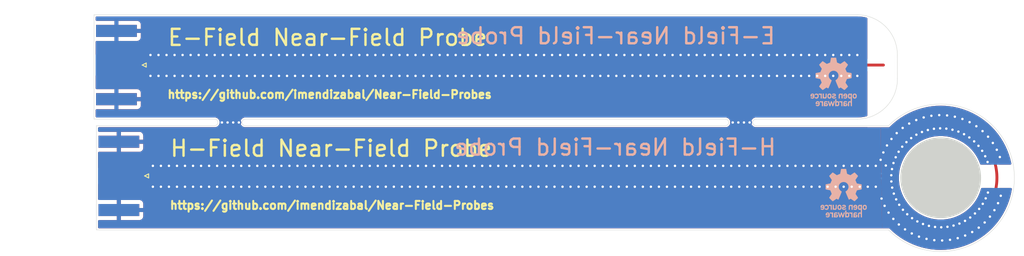
<source format=kicad_pcb>
(kicad_pcb (version 20241229) (generator "pcbnew") (generator_version "9.0")
  (title_block (title "Near Field Probes Kit") (date "2025-03-22") (rev "1.0") (company "Ignacio de Mendizabal") (comment 1 "https://www.ignaciodemendizabal.com") (comment 2 "https://github.com/imendizabal/Near-Field-Probes"))
  (layers (0 "F.Cu" signal) (4 "In1.Cu" signal) (6 "In2.Cu" signal) (2 "B.Cu" signal) (13 "F.Paste" user) (15 "B.Paste" user) (5 "F.SilkS" user "F.Silkscreen") (7 "B.SilkS" user "B.Silkscreen") (1 "F.Mask" user) (3 "B.Mask" user) (25 "Edge.Cuts" user))
  (net 0 "")
  (net 1 "/E_SIGNAL")
  (net 2 "GND")
  (footprint "Connector_Coaxial:SMA_Amphenol_132289_EdgeMount" (layer "F.Cu") (at 52.7625 116.65 180)
    (property "Reference" "J2" (hide yes))
    (property "Value" "Conn_Coaxial_Small")
    (pad "1" smd rect (at 0 0 270) (size 1.5 5.08) (layers "F.Cu" "F.Mask" "F.Paste") (net 1 "/E_SIGNAL"))
    (pad "2" smd rect (at 0 -4.25 270) (size 1.5 5.08) (layers "F.Cu" "F.Mask" "F.Paste") (net 2 "GND"))
    (pad "2" smd rect (at 0 -4.25 270) (size 1.5 5.08) (layers "B.Cu" "B.Mask" "B.Paste") (net 2 "GND"))
    (pad "2" smd rect (at 0 4.25 270) (size 1.5 5.08) (layers "F.Cu" "F.Mask" "F.Paste") (net 2 "GND"))
    (pad "2" smd rect (at 0 4.25 270) (size 1.5 5.08) (layers "B.Cu" "B.Mask" "B.Paste") (net 2 "GND"))
  )
  (footprint "Connector_Coaxial:SMA_Amphenol_132289_EdgeMount" (layer "F.Cu") (at 52.4625 102.85 180)
    (property "Reference" "J1" (hide yes))
    (property "Value" "Conn_Coaxial_Small")
    (pad "1" smd rect (at 0 0 270) (size 1.5 5.08) (layers "F.Cu" "F.Mask" "F.Paste") (net 1 "/E_SIGNAL"))
    (pad "2" smd rect (at 0 -4.25 270) (size 1.5 5.08) (layers "F.Cu" "F.Mask" "F.Paste") (net 2 "GND"))
    (pad "2" smd rect (at 0 -4.25 270) (size 1.5 5.08) (layers "B.Cu" "B.Mask" "B.Paste") (net 2 "GND"))
    (pad "2" smd rect (at 0 4.25 270) (size 1.5 5.08) (layers "F.Cu" "F.Mask" "F.Paste") (net 2 "GND"))
    (pad "2" smd rect (at 0 4.25 270) (size 1.5 5.08) (layers "B.Cu" "B.Mask" "B.Paste") (net 2 "GND"))
  )
  (footprint "Symbol:OSHW-Logo_5.7x6mm_SilkScreen" (layer "B.Cu") (at 143 118.8 180)
    (property "Reference" "REF**" (hide yes))
    (property "Value" "OSHW-Logo_5.7x6mm_SilkScreen" (hide yes))
  )
  (footprint "Symbol:OSHW-Logo_5.7x6mm_SilkScreen" (layer "B.Cu") (at 141.75 104.95 180)
    (property "Reference" "REF**" (hide yes))
    (property "Value" "OSHW-Logo_5.7x6mm_SilkScreen" (hide yes))
  )
  (gr_arc (start 148.247422 115.360598) (mid 162.02263 117.773127) (end 148.08293 116.65) (stroke (width 0.355542)) (layer "F.Cu") (net 1))
  (gr_arc (start 64.7 109.575) (mid 65.100047 109.993656) (end 64.6875 110.4) (stroke (width 0.05)) (layer "Edge.Cuts"))
  (gr_line (start 49.9746 123.3746) (end 148.591607 123.3746) (stroke (width 0.05)) (layer "Edge.Cuts"))
  (gr_line (start 49.6746 109.5746) (end 49.6746 96.6) (stroke (width 0.05)) (layer "Edge.Cuts"))
  (gr_line (start 149.691971 104.566584) (end 149.687235 101.612732) (stroke (width 0.05)) (layer "Edge.Cuts"))
  (gr_line (start 49.6746 96.6) (end 49.7 96.6) (stroke (width 0.05)) (layer "Edge.Cuts"))
  (gr_line (start 49.9746 110.4) (end 64.6875 110.4) (stroke (width 0.05)) (layer "Edge.Cuts"))
  (gr_arc (start 68.5125 110.4) (mid 68.1 109.9875) (end 68.5125 109.575) (stroke (width 0.05)) (layer "Edge.Cuts"))
  (gr_line (start 49.6746 109.5746) (end 64.7 109.575) (stroke (width 0.05)) (layer "Edge.Cuts"))
  (gr_line (start 144.7 109.575086) (end 132.1 109.575) (stroke (width 0.05)) (layer "Edge.Cuts"))
  (gr_arc (start 149.691971 104.566584) (mid 148.230343 108.107291) (end 144.691977 109.5746) (stroke (width 0.05)) (layer "Edge.Cuts"))
  (gr_arc (start 132.1 110.4) (mid 131.6875 109.9875) (end 132.1 109.575) (stroke (width 0.05)) (layer "Edge.Cuts"))
  (gr_line (start 68.5125 109.575) (end 128.287486 109.575) (stroke (width 0.05)) (layer "Edge.Cuts"))
  (gr_line (start 148.591606 110.400001) (end 132.1 110.4) (stroke (width 0.05)) (layer "Edge.Cuts"))
  (gr_arc (start 128.2875 109.575) (mid 128.687547 109.993656) (end 128.275 110.4) (stroke (width 0.05)) (layer "Edge.Cuts"))
  (gr_circle (center 155.078906 116.8873) (end 160.078906 116.8873) (stroke (width 0.05)) (fill yes) (layer "Edge.Cuts"))
  (gr_arc (start 144.687251 96.6) (mid 148.227315 98.068953) (end 149.687235 101.612732) (stroke (width 0.05)) (layer "Edge.Cuts"))
  (gr_line (start 68.5125 110.4) (end 128.275 110.4) (stroke (width 0.05)) (layer "Edge.Cuts"))
  (gr_arc (start 148.591606 110.4) (mid 164.253334 116.8873) (end 148.591606 123.3746) (stroke (width 0.05)) (layer "Edge.Cuts"))
  (gr_line (start 49.9746 123.3746) (end 49.9746 110.4) (stroke (width 0.05)) (layer "Edge.Cuts"))
  (gr_line (start 49.7 96.6) (end 144.687251 96.6) (stroke (width 0.05)) (layer "Edge.Cuts"))
  (gr_text "H-Field Near-Field Probe" (at 59 114.4 0) (layer "F.SilkS") (effects (font (size 2 2) (thickness 0.3)) (justify left bottom)))
  (gr_text "https://github.com/imendizabal/Near-Field-Probes" (at 58.7 107.1 0) (layer "F.SilkS") (effects (font (size 1 1) (thickness 0.25)) (justify left bottom)))
  (gr_text "https://github.com/imendizabal/Near-Field-Probes" (at 59 120.9 0) (layer "F.SilkS") (effects (font (size 1 1) (thickness 0.25)) (justify left bottom)))
  (gr_text "E-Field Near-Field Probe" (at 58.7 100.6 0) (layer "F.SilkS") (effects (font (size 2 2) (thickness 0.3)) (justify left bottom)))
  (gr_text "H-Field Near-Field Probe" (at 134.75 114.26019 0) (layer "B.SilkS") (effects (font (size 2 2) (thickness 0.3)) (justify left bottom mirror)))
  (gr_text "E-Field Near-Field Probe" (at 134.65 100.4 -0) (layer "B.SilkS") (effects (font (size 2 2) (thickness 0.3)) (justify left bottom mirror)))
  (segment (start 52.4625 102.85) (end 147.95 102.85) (width 0.355542) (layer "F.Cu") (net 1))
  (segment (start 52.7625 116.65) (end 148 116.65) (width 0.355542) (layer "F.Cu") (net 1))
  (via (at 108 118) (size 0.6) (drill 0.3) (layers "F.Cu" "B.Cu") (net 2))
  (via (at 149.870173 122.70182) (size 0.6) (drill 0.3) (layers "F.Cu" "B.Cu") (net 2))
  (via (at 159.244453 112.350197) (size 0.6) (drill 0.3) (layers "F.Cu" "B.Cu") (net 2))
  (via (at 61.7 104.2) (size 0.6) (drill 0.3) (layers "F.Cu" "B.Cu") (net 2))
  (via (at 78.7 104.2) (size 0.6) (drill 0.3) (layers "F.Cu" "B.Cu") (net 2))
  (via (at 153.918912 109.167588) (size 0.6) (drill 0.3) (layers "F.Cu" "B.Cu") (net 2))
  (via (at 83.7 101.6) (size 0.6) (drill 0.3) (layers "F.Cu" "B.Cu") (net 2))
  (via (at 160.241916 113.528669) (size 0.6) (drill 0.3) (layers "F.Cu" "B.Cu") (net 2))
  (via (at 104 115.4) (size 0.6) (drill 0.3) (layers "F.Cu" "B.Cu") (net 2))
  (via (at 78 115.4) (size 0.6) (drill 0.3) (layers "F.Cu" "B.Cu") (net 2))
  (via (at 82.7 101.6) (size 0.6) (drill 0.3) (layers "F.Cu" "B.Cu") (net 2))
  (via (at 152.376416 124.210967) (size 0.6) (drill 0.3) (layers "F.Cu" "B.Cu") (net 2))
  (via (at 114 115.4) (size 0.6) (drill 0.3) (layers "F.Cu" "B.Cu") (net 2))
  (via (at 150.812307 112.44508) (size 0.6) (drill 0.3) (layers "F.Cu" "B.Cu") (net 2))
  (via (at 132 118) (size 0.6) (drill 0.3) (layers "F.Cu" "B.Cu") (net 2))
  (via (at 155.009596 110.728377) (size 0.6) (drill 0.3) (layers "F.Cu" "B.Cu") (net 2))
  (via (at 125 118) (size 0.6) (drill 0.3) (layers "F.Cu" "B.Cu") (net 2))
  (via (at 69 118) (size 0.6) (drill 0.3) (layers "F.Cu" "B.Cu") (net 2))
  (via (at 99 118) (size 0.6) (drill 0.3) (layers "F.Cu" "B.Cu") (net 2))
  (via (at 160.681168 119.446934) (size 0.6) (drill 0.3) (layers "F.Cu" "B.Cu") (net 2))
  (via (at 98 115.4) (size 0.6) (drill 0.3) (layers "F.Cu" "B.Cu") (net 2))
  (via (at 150.913347 121.424403) (size 0.6) (drill 0.3) (layers "F.Cu" "B.Cu") (net 2))
  (via (at 102.7 104.2) (size 0.6) (drill 0.3) (layers "F.Cu" "B.Cu") (net 2))
  (via (at 57 115.4) (size 0.6) (drill 0.3) (layers "F.Cu" "B.Cu") (net 2))
  (via (at 104 118) (size 0.6) (drill 0.3) (layers "F.Cu" "B.Cu") (net 2))
  (via (at 60 115.4) (size 0.6) (drill 0.3) (layers "F.Cu" "B.Cu") (net 2))
  (via (at 62.7 101.6) (size 0.6) (drill 0.3) (layers "F.Cu" "B.Cu") (net 2))
  (via (at 74.7 104.2) (size 0.6) (drill 0.3) (layers "F.Cu" "B.Cu") (net 2))
  (via (at 88 118) (size 0.6) (drill 0.3) (layers "F.Cu" "B.Cu") (net 2))
  (via (at 95 115.4) (size 0.6) (drill 0.3) (layers "F.Cu" "B.Cu") (net 2))
  (via (at 100 115.4) (size 0.6) (drill 0.3) (layers "F.Cu" "B.Cu") (net 2))
  (via (at 140 115.4) (size 0.6) (drill 0.3) (layers "F.Cu" "B.Cu") (net 2))
  (via (at 105 115.4) (size 0.6) (drill 0.3) (layers "F.Cu" "B.Cu") (net 2))
  (via (at 160.622152 114.20225) (size 0.6) (drill 0.3) (layers "F.Cu" "B.Cu") (net 2))
  (via (at 135 115.4) (size 0.6) (drill 0.3) (layers "F.Cu" "B.Cu") (net 2))
  (via (at 148.936482 117.343189) (size 0.6) (drill 0.3) (layers "F.Cu" "B.Cu") (net 2))
  (via (at 159.814416 123.093304) (size 0.6) (drill 0.3) (layers "F.Cu" "B.Cu") (net 2))
  (via (at 85 115.4) (size 0.6) (drill 0.3) (layers "F.Cu" "B.Cu") (net 2))
  (via (at 77.7 101.6) (size 0.6) (drill 0.3) (layers "F.Cu" "B.Cu") (net 2))
  (via (at 137 115.4) (size 0.6) (drill 0.3) (layers "F.Cu" "B.Cu") (net 2))
  (via (at 122.7 101.6) (size 0.6) (drill 0.3) (layers "F.Cu" "B.Cu") (net 2))
  (via (at 105.7 104.2) (size 0.6) (drill 0.3) (layers "F.Cu" "B.Cu") (net 2))
  (via (at 148.391357 112.860361) (size 0.6) (drill 0.3) (layers "F.Cu" "B.Cu") (net 2))
  (via (at 63 115.4) (size 0.6) (drill 0.3) (layers "F.Cu" "B.Cu") (net 2))
  (via (at 103 118) (size 0.6) (drill 0.3) (layers "F.Cu" "B.Cu") (net 2))
  (via (at 144 118) (size 0.6) (drill 0.3) (layers "F.Cu" "B.Cu") (net 2))
  (via (at 94.7 101.6) (size 0.6) (drill 0.3) (layers "F.Cu" "B.Cu") (net 2))
  (via (at 140 118) (size 0.6) (drill 0.3) (layers "F.Cu" "B.Cu") (net 2))
  (via (at 117.7 101.6) (size 0.6) (drill 0.3) (layers "F.Cu" "B.Cu") (net 2))
  (via (at 104.7 104.2) (size 0.6) (drill 0.3) (layers "F.Cu" "B.Cu") (net 2))
  (via (at 125.7 104.2) (size 0.6) (drill 0.3) (layers "F.Cu" "B.Cu") (net 2))
  (via (at 95.7 104.2) (size 0.6) (drill 0.3) (layers "F.Cu" "B.Cu") (net 2))
  (via (at 160.287639 111.07278) (size 0.6) (drill 0.3) (layers "F.Cu" "B.Cu") (net 2))
  (via (at 58 118) (size 0.6) (drill 0.3) (layers "F.Cu" "B.Cu") (net 2))
  (via (at 111.7 101.6) (size 0.6) (drill 0.3) (layers "F.Cu" "B.Cu") (net 2))
  (via (at 66 115.4) (size 0.6) (drill 0.3) (layers "F.Cu" "B.Cu") (net 2))
  (via (at 106.7 104.2) (size 0.6) (drill 0.3) (layers "F.Cu" "B.Cu") (net 2))
  (via (at 136.7 104.2) (size 0.6) (drill 0.3) (layers "F.Cu" "B.Cu") (net 2))
  (via (at 123 115.4) (size 0.6) (drill 0.3) (layers "F.Cu" "B.Cu") (net 2))
  (via (at 67 118) (size 0.6) (drill 0.3) (layers "F.Cu" "B.Cu") (net 2))
  (via (at 160.975319 111.771456) (size 0.6) (drill 0.3) (layers "F.Cu" "B.Cu") (net 2))
  (via (at 91.7 104.2) (size 0.6) (drill 0.3) (layers "F.Cu" "B.Cu") (net 2))
  (via (at 70 118) (size 0.6) (drill 0.3) (layers "F.Cu" "B.Cu") (net 2))
  (via (at 123.7 104.2) (size 0.6) (drill 0.3) (layers "F.Cu" "B.Cu") (net 2))
  (via (at 57.7 104.2) (size 0.6) (drill 0.3) (layers "F.Cu" "B.Cu") (net 2))
  (via (at 147 115.4) (size 0.6) (drill 0.3) (layers "F.Cu" "B.Cu") (net 2))
  (via (at 105 118) (size 0.6) (drill 0.3) (layers "F.Cu" "B.Cu") (net 2))
  (via (at 108.7 104.2) (size 0.6) (drill 0.3) (layers "F.Cu" "B.Cu") (net 2))
  (via (at 161.570009 112.550813) (size 0.6) (drill 0.3) (layers "F.Cu" "B.Cu") (net 2))
  (via (at 142.7 101.6) (size 0.6) (drill 0.3) (layers "F.Cu" "B.Cu") (net 2))
  (via (at 111.7 104.2) (size 0.6) (drill 0.3) (layers "F.Cu" "B.Cu") (net 2))
  (via (at 158.642956 111.863891) (size 0.6) (drill 0.3) (layers "F.Cu" "B.Cu") (net 2))
  (via (at 147 118) (size 0.6) (drill 0.3) (layers "F.Cu" "B.Cu") (net 2))
  (via (at 70.7 104.2) (size 0.6) (drill 0.3) (layers "F.Cu" "B.Cu") (net 2))
  (via (at 89 115.4) (size 0.6) (drill 0.3) (layers "F.Cu" "B.Cu") (net 2))
  (via (at 149.841614 113.645699) (size 0.6) (drill 0.3) (layers "F.Cu" "B.Cu") (net 2))
  (via (at 131 118) (size 0.6) (drill 0.3) (layers "F.Cu" "B.Cu") (net 2))
  (via (at 128 118) (size 0.6) (drill 0.3) (layers "F.Cu" "B.Cu") (net 2))
  (via (at 78.7 101.6) (size 0.6) (drill 0.3) (layers "F.Cu" "B.Cu") (net 2))
  (via (at 98.7 101.6) (size 0.6) (drill 0.3) (layers "F.Cu" "B.Cu") (net 2))
  (via (at 102.7 101.6) (size 0.6) (drill 0.3) (layers "F.Cu" "B.Cu") (net 2))
  (via (at 151.514844 121.910709) (size 0.6) (drill 0.3) (layers "F.Cu" "B.Cu") (net 2))
  (via (at 162.062331 113.398558) (size 0.6) (drill 0.3) (layers "F.Cu" "B.Cu") (net 2))
  (via (at 101 115.4) (size 0.6) (drill 0.3) (layers "F.Cu" "B.Cu") (net 2))
  (via (at 148.095481 120.376042) (size 0.6) (drill 0.3) (layers "F.Cu" "B.Cu") (net 2))
  (via (at 86 118) (size 0.6) (drill 0.3) (layers "F.Cu" "B.Cu") (net 2))
  (via (at 147.713292 119.473277) (size 0.6) (drill 0.3) (layers "F.Cu" "B.Cu") (net 2))
  (via (at 144.7 104.2) (size 0.6) (drill 0.3) (layers "F.Cu" "B.Cu") (net 2))
  (via (at 117 118) (size 0.6) (drill 0.3) (layers "F.Cu" "B.Cu") (net 2))
  (via (at 65 118) (size 0.6) (drill 0.3) (layers "F.Cu" "B.Cu") (net 2))
  (via (at 130.7 104.2) (size 0.6) (drill 0.3) (layers "F.Cu" "B.Cu") (net 2))
  (via (at 131.2875 110) (size 0.6) (drill 0.3) (layers "F.Cu" "B.Cu") (net 2))
  (via (at 117.7 104.2) (size 0.6) (drill 0.3) (layers "F.Cu" "B.Cu") (net 2))
  (via (at 74 115.4) (size 0.6) (drill 0.3) (layers "F.Cu" "B.Cu") (net 2))
  (via (at 155.262216 124.691526) (size 0.6) (drill 0.3) (layers "F.Cu" "B.Cu") (net 2))
  (via (at 156.543435 110.904636) (size 0.6) (drill 0.3) (layers "F.Cu" "B.Cu") (net 2))
  (via (at 72.7 101.6) (size 0.6) (drill 0.3) (layers "F.Cu" "B.Cu") (net 2))
  (via (at 129 115.4) (size 0.6) (drill 0.3) (layers "F.Cu" "B.Cu") (net 2))
  (via (at 75.7 101.6) (size 0.6) (drill 0.3) (layers "F.Cu" "B.Cu") (net 2))
  (via (at 63 118) (size 0.6) (drill 0.3) (layers "F.Cu" "B.Cu") (net 2))
  (via (at 123.7 101.6) (size 0.6) (drill 0.3) (layers "F.Cu" "B.Cu") (net 2))
  (via (at 143 118) (size 0.6) (drill 0.3) (layers "F.Cu" "B.Cu") (net 2))
  (via (at 158.677985 109.960094) (size 0.6) (drill 0.3) (layers "F.Cu" "B.Cu") (net 2))
  (via (at 114.7 104.2) (size 0.6) (drill 0.3) (layers "F.Cu" "B.Cu") (net 2))
  (via (at 143.7 101.6) (size 0.6) (drill 0.3) (layers "F.Cu" "B.Cu") (net 2))
  (via (at 63.7 104.2) (size 0.6) (drill 0.3) (layers "F.Cu" "B.Cu") (net 2))
  (via (at 110 115.4) (size 0.6) (drill 0.3) (layers "F.Cu" "B.Cu") (net 2))
  (via (at 108.7 101.6) (size 0.6) (drill 0.3) (layers "F.Cu" "B.Cu") (net 2))
  (via (at 107 118) (size 0.6) (drill 0.3) (layers "F.Cu" "B.Cu") (net 2))
  (via (at 136.7 101.6) (size 0.6) (drill 0.3) (layers "F.Cu" "B.Cu") (net 2))
  (via (at 131.7 104.2) (size 0.6) (drill 0.3) (layers "F.Cu" "B.Cu") (net 2))
  (via (at 87 118) (size 0.6) (drill 0.3) (layers "F.Cu" "B.Cu") (net 2))
  (via (at 152.172548 122.317793) (size 0.6) (drill 0.3) (layers "F.Cu" "B.Cu") (net 2))
  (via (at 158.106715 122.251018) (size 0.6) (drill 0.3) (layers "F.Cu" "B.Cu") (net 2))
  (via (at 141.7 101.6) (size 0.6) (drill 0.3) (layers "F.Cu" "B.Cu") (net 2))
  (via (at 93.7 101.6) (size 0.6) (drill 0.3) (layers "F.Cu" "B.Cu") (net 2))
  (via (at 122 115.4) (size 0.6) (drill 0.3) (layers "F.Cu" "B.Cu") (net 2))
  (via (at 121 115.4) (size 0.6) (drill 0.3) (layers "F.Cu" "B.Cu") (net 2))
  (via (at 58 115.4) (size 0.6) (drill 0.3) (layers "F.Cu" "B.Cu") (net 2))
  (via (at 122.7 104.2) (size 0.6) (drill 0.3) (layers "F.Cu" "B.Cu") (net 2))
  (via (at 126.7 101.6) (size 0.6) (drill 0.3) (layers "F.Cu" "B.Cu") (net 2))
  (via (at 81.7 101.6) (size 0.6) (drill 0.3) (layers "F.Cu" "B.Cu") (net 2))
  (via (at 91 118) (size 0.6) (drill 0.3) (layers "F.Cu" "B.Cu") (net 2))
  (via (at 160.9578 118.7246) (size 0.6) (drill 0.3) (layers "F.Cu" "B.Cu") (net 2))
  (via (at 92.7 101.6) (size 0.6) (drill 0.3) (layers "F.Cu" "B.Cu") (net 2))
  (via (at 98 118) (size 0.6) (drill 0.3) (layers "F.Cu" "B.Cu") (net 2))
  (via (at 151.158555 110.136715) (size 0.6) (drill 0.3) (layers "F.Cu" "B.Cu") (net 2))
  (via (at 114.7 101.6) (size 0.6) (drill 0.3) (layers "F.Cu" "B.Cu") (net 2))
  (via (at 65.7 104.2) (size 0.6) (drill 0.3) (layers "F.Cu" "B.Cu") (net 2))
  (via (at 138 118) (size 0.6) (drill 0.3) (layers "F.Cu" "B.Cu") (net 2))
  (via (at 161.209012 121.720658) (size 0.6) (drill 0.3) (layers "F.Cu" "B.Cu") (net 2))
  (via (at 148.587803 121.223787) (size 0.6) (drill 0.3) (layers "F.Cu" "B.Cu") (net 2))
  (via (at 118 118) (size 0.6) (drill 0.3) (layers "F.Cu" "B.Cu") (net 2))
  (via (at 159.868608 120.759746) (size 0.6) (drill 0.3) (layers "F.Cu" "B.Cu") (net 2))
  (via (at 66.3 110) (size 0.6) (drill 0.3) (layers "F.Cu" "B.Cu") (net 2))
  (via (at 86.7 101.6) (size 0.6) (drill 0.3) (layers "F.Cu" "B.Cu") (net 2))
  (via (at 133 118) (size 0.6) (drill 0.3) (layers "F.Cu" "B.Cu") (net 2))
  (via (at 119 118) (size 0.6) (drill 0.3) (layers "F.Cu" "B.Cu") (net 2))
  (via (at 85.7 101.6) (size 0.6) (drill 0.3) (layers "F.Cu" "B.Cu") (net 2))
  (via (at 130 118) (size 0.6) (drill 0.3) (layers "F.Cu" "B.Cu") (net 2))
  (via (at 78 118) (size 0.6) (drill 0.3) (layers "F.Cu" "B.Cu") (net 2))
  (via (at 124.7 104.2) (size 0.6) (drill 0.3) (layers "F.Cu" "B.Cu") (net 2))
  (via (at 150.377544 120.866545) (size 0.6) (drill 0.3) (layers "F.Cu" "B.Cu") (net 2))
  (via (at 73.7 101.6) (size 0.6) (drill 0.3) (layers "F.Cu" "B.Cu") (net 2))
  (via (at 134 115.4) (size 0.6) (drill 0.3) (layers "F.Cu" "B.Cu") (net 2))
  (via (at 64 115.4) (size 0.6) (drill 0.3) (layers "F.Cu" "B.Cu") (net 2))
  (via (at 120 115.4) (size 0.6) (drill 0.3) (layers "F.Cu" "B.Cu") (net 2))
  (via (at 126 115.4) (size 0.6) (drill 0.3) (layers "F.Cu" "B.Cu") (net 2))
  (via (at 157.410588 122.588209) (size 0.6) (drill 0.3) (layers "F.Cu" "B.Cu") (net 2))
  (via (at 64.7 101.6) (size 0.6) (drill 0.3) (layers "F.Cu" "B.Cu") (net 2))
  (via (at 59.7 104.2) (size 0.6) (drill 0.3) (layers "F.Cu" "B.Cu") (net 2))
  (via (at 141.7 104.2) (size 0.6) (drill 0.3) (layers "F.Cu" "B.Cu") (net 2))
  (via (at 162.557812 119.1246) (size 0.6) (drill 0.3) (layers "F.Cu" "B.Cu") (net 2))
  (via (at 81 115.4) (size 0.6) (drill 0.3) (layers "F.Cu" "B.Cu") (net 2))
  (via (at 79.7 101.6) (size 0.6) (drill 0.3) (layers "F.Cu" "B.Cu") (net 2))
  (via (at 89.7 104.2) (size 0.6) (drill 0.3) (layers "F.Cu" "B.Cu") (net 2))
  (via (at 153.480112 110.939106) (size 0.6) (drill 0.3) (layers "F.Cu" "B.Cu") (net 2))
  (via (at 82.7 104.2) (size 0.6) (drill 0.3) (layers "F.Cu" "B.Cu") (net 2))
  (via (at 66 118) (size 0.6) (drill 0.3) (layers "F.Cu" "B.Cu") (net 2))
  (via (at 81 118) (size 0.6) (drill 0.3) (layers "F.Cu" "B.Cu") (net 2))
  (via (at 162.218431 120.044314) (size 0.6) (drill 0.3) (layers "F.Cu" "B.Cu") (net 2))
  (via (at 125.7 101.6) (size 0.6) (drill 0.3) (layers "F.Cu" "B.Cu") (net 2))
  (via (at 112 115.4) (size 0.6) (drill 0.3) (layers "F.Cu" "B.Cu") (net 2))
  (via (at 67 110) (size 0.6) (drill 0.3) (layers "F.Cu" "B.Cu") (net 2))
  (via (at 96 115.4) (size 0.6) (drill 0.3) (layers "F.Cu" "B.Cu") (net 2))
  (via (at 103 115.4) (size 0.6) (drill 0.3) (layers "F.Cu" "B.Cu") (net 2))
  (via (at 116 115.4) (size 0.6) (drill 0.3) (layers "F.Cu" "B.Cu") (net 2))
  (via (at 113.7 101.6) (size 0.6) (drill 0.3) (layers "F.Cu" "B.Cu") (net 2))
  (via (at 90.7 104.2) (size 0.6) (drill 0.3) (layers "F.Cu" "B.Cu") (net 2))
  (via (at 65.7 101.6) (size 0.6) (drill 0.3) (layers "F.Cu" "B.Cu") (net 2))
  (via (at 56.7 101.6) (size 0.6) (drill 0.3) (layers "F.Cu" "B.Cu") (net 2))
  (via (at 85.7 104.2) (size 0.6) (drill 0.3) (layers "F.Cu" "B.Cu") (net 2))
  (via (at 142.7 104.2) (size 0.6) (drill 0.3) (layers "F.Cu" "B.Cu") (net 2))
  (via (at 102 118) (size 0.6) (drill 0.3) (layers "F.Cu" "B.Cu") (net 2))
  (via (at 124.7 101.6) (size 0.6) (drill 0.3) (layers "F.Cu" "B.Cu") (net 2))
  (via (at 120.7 104.2) (size 0.6) (drill 0.3) (layers "F.Cu" "B.Cu") (net 2))
  (via (at 105.7 101.6) (size 0.6) (drill 0.3) (layers "F.Cu" "B.Cu") (net 2))
  (via (at 151.402708 111.945362) (size 0.6) (drill 0.3) (layers "F.Cu" "B.Cu") (net 2))
  (via (at 118.7 101.6) (size 0.6) (drill 0.3) (layers "F.Cu" "B.Cu") (net 2))
  (via (at 129.8875 110) (size 0.6) (drill 0.3) (layers "F.Cu" "B.Cu") (net 2))
  (via (at 112.7 104.2) (size 0.6) (drill 0.3) (layers "F.Cu" "B.Cu") (net 2))
  (via (at 115 115.4) (size 0.6) (drill 0.3) (layers "F.Cu" "B.Cu") (net 2))
  (via (at 128 115.4) (size 0.6) (drill 0.3) (layers "F.Cu" "B.Cu") (net 2))
  (via (at 106 118) (size 0.6) (drill 0.3) (layers "F.Cu" "B.Cu") (net 2))
  (via (at 81.7 104.2) (size 0.6) (drill 0.3) (layers "F.Cu" "B.Cu") (net 2))
  (via (at 60.7 104.2) (size 0.6) (drill 0.3) (layers "F.Cu" "B.Cu") (net 2))
  (via (at 73 115.4) (size 0.6) (drill 0.3) (layers "F.Cu" "B.Cu") (net 2))
  (via (at 108 115.4) (size 0.6) (drill 0.3) (layers "F.Cu" "B.Cu") (net 2))
  (via (at 94 118) (size 0.6) (drill 0.3) (layers "F.Cu" "B.Cu") (net 2))
  (via (at 157.985252 111.456807) (size 0.6) (drill 0.3) (layers "F.Cu" "B.Cu") (net 2))
  (via (at 83.7 104.2) (size 0.6) (drill 0.3) (layers "F.Cu" "B.Cu") (net 2))
  (via (at 90.7 101.6) (size 0.6) (drill 0.3) (layers "F.Cu" "B.Cu") (net 2))
  (via (at 95.7 101.6) (size 0.6) (drill 0.3) (layers "F.Cu" "B.Cu") (net 2))
  (via (at 158.999257 123.637885) (size 0.6) (drill 0.3) (layers "F.Cu" "B.Cu") (net 2))
  (via (at 130.7 101.6) (size 0.6) (drill 0.3) (layers "F.Cu" "B.Cu") (net 2))
  (via (at 154.282642 124.652962) (size 0.6) (drill 0.3) (layers "F.Cu" "B.Cu") (net 2))
  (via (at 95 118) (size 0.6) (drill 0.3) (layers "F.Cu" "B.Cu") (net 2))
  (via (at 97.7 101.6) (size 0.6) (drill 0.3) (layers "F.Cu" "B.Cu") (net 2))
  (via (at 67 115.4) (size 0.6) (drill 0.3) (layers "F.Cu" "B.Cu") (net 2))
  (via (at 68 115.4) (size 0.6) (drill 0.3) (layers "F.Cu" "B.Cu") (net 2))
  (via (at 135 118) (size 0.6) (drill 0.3) (layers "F.Cu" "B.Cu") (net 2))
  (via (at 133.7 101.6) (size 0.6) (drill 0.3) (layers "F.Cu" "B.Cu") (net 2))
  (via (at 99 115.4) (size 0.6) (drill 0.3) (layers "F.Cu" "B.Cu") (net 2))
  (via (at 69.7 104.2) (size 0.6) (drill 0.3) (layers "F.Cu" "B.Cu") (net 2))
  (via (at 152.051085 111.523582) (size 0.6) (drill 0.3) (layers "F.Cu" "B.Cu") (net 2))
  (via (at 86 115.4) (size 0.6) (drill 0.3) (layers "F.Cu" "B.Cu") (net 2))
  (via (at 131 115.4) (size 0.6) (drill 0.3) (layers "F.Cu" "B.Cu") (net 2))
  (via (at 130 115.4) (size 0.6) (drill 0.3) (layers "F.Cu" "B.Cu") (net 2))
  (via (at 162.44452 114.301323) (size 0.6) (drill 0.3) (layers "F.Cu" "B.Cu") (net 2))
  (via (at 135.7 104.2) (size 0.6) (drill 0.3) (layers "F.Cu" "B.Cu") (net 2))
  (via (at 76 115.4) (size 0.6) (drill 0.3) (layers "F.Cu" "B.Cu") (net 2))
  (via (at 127 118) (size 0.6) (drill 0.3) (layers "F.Cu" "B.Cu") (net 2))
  (via (at 155.87517 109.121638) (size 0.6) (drill 0.3) (layers "F.Cu" "B.Cu") (net 2))
  (via (at 152.876086 122.639234) (size 0.6) (drill 0.3) (layers "F.Cu" "B.Cu") (net 2))
  (via (at 156.842187 109.282671) (size 0.6) (drill 0.3) (layers "F.Cu" "B.Cu") (net 2))
  (via (at 155.148204 123.046223) (size 0.6) (drill 0.3) (layers "F.Cu" "B.Cu") (net 2))
  (via (at 149.476632 114.327666) (size 0.6) (drill 0.3) (layers "F.Cu" "B.Cu") (net 2))
  (via (at 146 118) (size 0.6) (drill 0.3) (layers "F.Cu" "B.Cu") (net 2))
  (via (at 91 115.4) (size 0.6) (drill 0.3) (layers "F.Cu" "B.Cu") (net 2))
  (via (at 88.7 101.6) (size 0.6) (drill 0.3) (layers "F.Cu" "B.Cu") (net 2))
  (via (at 128.7 104.2) (size 0.6) (drill 0.3) (layers "F.Cu" "B.Cu") (net 2))
  (via (at 142 115.4) (size 0.6) (drill 0.3) (layers "F.Cu" "B.Cu") (net 2))
  (via (at 138 115.4) (size 0.6) (drill 0.3) (layers "F.Cu" "B.Cu") (net 2))
  (via (at 154.37574 123.006344) (size 0.6) (drill 0.3) (layers "F.Cu" "B.Cu") (net 2))
  (via (at 71 115.4) (size 0.6) (drill 0.3) (layers "F.Cu" "B.Cu") (net 2))
  (via (at 127 115.4) (size 0.6) (drill 0.3) (layers "F.Cu" "B.Cu") (net 2))
  (via (at 84 115.4) (size 0.6) (drill 0.3) (layers "F.Cu" "B.Cu") (net 2))
  (via (at 121 118) (size 0.6) (drill 0.3) (layers "F.Cu" "B.Cu") (net 2))
  (via (at 123 118) (size 0.6) (drill 0.3) (layers "F.Cu" "B.Cu") (net 2))
  (via (at 61.7 101.6) (size 0.6) (drill 0.3) (layers "F.Cu" "B.Cu") (net 2))
  (via (at 62 118) (size 0.6) (drill 0.3) (layers "F.Cu" "B.Cu") (net 2))
  (via (at 83 118) (size 0.6) (drill 0.3) (layers "F.Cu" "B.Cu") (net 2))
  (via (at 119.7 104.2) (size 0.6) (drill 0.3) (layers "F.Cu" "B.Cu") (net 2))
  (via (at 109 115.4) (size 0.6) (drill 0.3) (layers "F.Cu" "B.Cu") (net 2))
  (via (at 75 115.4) (size 0.6) (drill 0.3) (layers "F.Cu" "B.Cu") (net 2))
  (via (at 158.755092 121.829238) (size 0.6) (drill 0.3) (layers "F.Cu" "B.Cu") (net 2))
  (via (at 157.281714 111.135366) (size 0.6) (drill 0.3) (layers "F.Cu" "B.Cu") (net 2))
  (via (at 152.960523 109.373846) (size 0.6) (drill 0.3) (layers "F.Cu" "B.Cu") (net 2))
  (via (at 129 118) (size 0.6) (drill 0.3) (layers "F.Cu" "B.Cu") (net 2))
  (via (at 102 115.4) (size 0.6) (drill 0.3) (layers "F.Cu" "B.Cu") (net 2))
  (via (at 133.7 104.2) (size 0.6) (drill 0.3) (layers "F.Cu" "B.Cu") (net 2))
  (via (at 152.747212 111.186391) (size 0.6) (drill 0.3) (layers "F.Cu" "B.Cu") (net 2))
  (via (at 65.6 110) (size 0.6) (drill 0.3) (layers "F.Cu" "B.Cu") (net 2))
  (via (at 107.7 104.2) (size 0.6) (drill 0.3) (layers "F.Cu" "B.Cu") (net 2))
  (via (at 60 118) (size 0.6) (drill 0.3) (layers "F.Cu" "B.Cu") (net 2))
  (via (at 75 118) (size 0.6) (drill 0.3) (layers "F.Cu" "B.Cu") (net 2))
  (via (at 87.7 104.2) (size 0.6) (drill 0.3) (layers "F.Cu" "B.Cu") (net 2))
  (via (at 144.7 101.6) (size 0.6) (drill 0.3) (layers "F.Cu" "B.Cu") (net 2))
  (via (at 69.7 101.6) (size 0.6) (drill 0.3) (layers "F.Cu" "B.Cu") (net 2))
  (via (at 83 115.4) (size 0.6) (drill 0.3) (layers "F.Cu" "B.Cu") (net 2))
  (via (at 99.7 101.6) (size 0.6) (drill 0.3) (layers "F.Cu" "B.Cu") (net 2))
  (via (at 160.914968 114.918176) (size 0.6) (drill 0.3) (layers "F.Cu" "B.Cu") (net 2))
  (via (at 73 118) (size 0.6) (drill 0.3) (layers "F.Cu" "B.Cu") (net 2))
  (via (at 100.7 101.6) (size 0.6) (drill 0.3) (layers "F.Cu" "B.Cu") (net 2))
  (via (at 67.7 101.6) (size 0.6) (drill 0.3) (layers "F.Cu" "B.Cu") (net 2))
  (via (at 144 115.4) (size 0.6) (drill 0.3) (layers "F.Cu" "B.Cu") (net 2))
  (via (at 79 115.4) (size 0.6) (drill 0.3) (layers "F.Cu" "B.Cu") (net 2))
  (via (at 143.7 104.2) (size 0.6) (drill 0.3) (layers "F.Cu" "B.Cu") (net 2))
  (via (at 94 115.4) (size 0.6) (drill 0.3) (layers "F.Cu" "B.Cu") (net 2))
  (via (at 64 118) (size 0.6) (drill 0.3) (layers "F.Cu" "B.Cu") (net 2))
  (via (at 157.781396 109.563633) (size 0.6) (drill 0.3) (layers "F.Cu" "B.Cu") (net 2))
  (via (at 76 118) (size 0.6) (drill 0.3) (layers "F.Cu" "B.Cu") (net 2))
  (via (at 159.345493 121.32952) (size 0.6) (drill 0.3) (layers "F.Cu" "B.Cu") (net 2))
  (via (at 97 118) (size 0.6) (drill 0.3) (layers "F.Cu" "B.Cu") (net 2))
  (via (at 88.7 104.2) (size 0.6) (drill 0.3) (layers "F.Cu" "B.Cu") (net 2))
  (via (at 115.7 101.6) (size 0.6) (drill 0.3) (layers "F.Cu" "B.Cu") (net 2))
  (via (at 128.7 101.6) (size 0.6) (drill 0.3) (layers "F.Cu" "B.Cu") (net 2))
  (via (at 115.7 104.2) (size 0.6) (drill 0.3) (layers "F.Cu" "B.Cu") (net 2))
  (via (at 121.7 104.2) (size 0.6) (drill 0.3) (layers "F.Cu" "B.Cu") (net 2))
  (via (at 63.7 101.6) (size 0.6) (drill 0.3) (layers "F.Cu" "B.Cu") (net 2))
  (via (at 150.343396 110.681296) (size 0.6) (drill 0.3) (layers "F.Cu" "B.Cu") (net 2))
  (via (at 77 118) (size 0.6) (drill 0.3) (layers "F.Cu" "B.Cu") (net 2))
  (via (at 66.7 101.6) (size 0.6) (drill 0.3) (layers "F.Cu" "B.Cu") (net 2))
  (via (at 141 118) (size 0.6) (drill 0.3) (layers "F.Cu" "B.Cu") (net 2))
  (via (at 135.7 101.6) (size 0.6) (drill 0.3) (layers "F.Cu" "B.Cu") (net 2))
  (via (at 109.7 104.2) (size 0.6) (drill 0.3) (layers "F.Cu" "B.Cu") (net 2))
  (via (at 125 115.4) (size 0.6) (drill 0.3) (layers "F.Cu" "B.Cu") (net 2))
  (via (at 94.7 104.2) (size 0.6) (drill 0.3) (layers "F.Cu" "B.Cu") (net 2))
  (via (at 112.7 101.6) (size 0.6) (drill 0.3) (layers "F.Cu" "B.Cu") (net 2))
  (via (at 68.7 101.6) (size 0.6) (drill 0.3) (layers "F.Cu" "B.Cu") (net 2))
  (via (at 150.639998 123.308799) (size 0.6) (drill 0.3) (layers "F.Cu" "B.Cu") (net 2))
  (via (at 96 118) (size 0.6) (drill 0.3) (layers "F.Cu" "B.Cu") (net 2))
  (via (at 120.7 101.6) (size 0.6) (drill 0.3) (layers "F.Cu" "B.Cu") (net 2))
  (via (at 116.7 101.6) (size 0.6) (drill 0.3) (layers "F.Cu" "B.Cu") (net 2))
  (via (at 133 115.4) (size 0.6) (drill 0.3) (layers "F.Cu" "B.Cu") (net 2))
  (via (at 149.042055 118.109443) (size 0.6) (drill 0.3) (layers "F.Cu" "B.Cu") (net 2))
  (via (at 147.6 114.65) (size 0.6) (drill 0.3) (layers "F.Cu" "B.Cu") (net 2))
  (via (at 87 115.4) (size 0.6) (drill 0.3) (layers "F.Cu" "B.Cu") (net 2))
  (via (at 86.7 104.2) (size 0.6) (drill 0.3) (layers "F.Cu" "B.Cu") (net 2))
  (via (at 110 118) (size 0.6) (drill 0.3) (layers "F.Cu" "B.Cu") (net 2))
  (via (at 70 115.4) (size 0.6) (drill 0.3) (layers "F.Cu" "B.Cu") (net 2))
  (via (at 101 118) (size 0.6) (drill 0.3) (layers "F.Cu" "B.Cu") (net 2))
  (via (at 71.7 104.2) (size 0.6) (drill 0.3) (layers "F.Cu" "B.Cu") (net 2))
  (via (at 67.7 110) (size 0.6) (drill 0.3) (layers "F.Cu" "B.Cu") (net 2))
  (via (at 145 118) (size 0.6) (drill 0.3) (layers "F.Cu" "B.Cu") (net 2))
  (via (at 57.7 101.6) (size 0.6) (drill 0.3) (layers "F.Cu" "B.Cu") (net 2))
  (via (at 129.1875 110) (size 0.6) (drill 0.3) (layers "F.Cu" "B.Cu") (net 2))
  (via (at 127.7 101.6) (size 0.6) (drill 0.3) (layers "F.Cu" "B.Cu") (net 2))
  (via (at 65 115.4) (size 0.6) (drill 0.3) (layers "F.Cu" "B.Cu") (net 2))
  (via (at 106.7 101.6) (size 0.6) (drill 0.3) (layers "F.Cu" "B.Cu") (net 2))
  (via (at 132 115.4) (size 0.6) (drill 0.3) (layers "F.Cu" "B.Cu") (net 2))
  (via (at 129.7 101.6) (size 0.6) (drill 0.3) (layers "F.Cu" "B.Cu") (net 2))
  (via (at 107 115.4) (size 0.6) (drill 0.3) (layers "F.Cu" "B.Cu") (net 2))
  (via (at 118 115.4) (size 0.6) (drill 0.3) (layers "F.Cu" "B.Cu") (net 2))
  (via (at 110.7 101.6) (size 0.6) (drill 0.3) (layers "F.Cu" "B.Cu") (net 2))
  (via (at 98.7 104.2) (size 0.6) (drill 0.3) (layers "F.Cu" "B.Cu") (net 2))
  (via (at 74 118) (size 0.6) (drill 0.3) (layers "F.Cu" "B.Cu") (net 2))
  (via (at 101.7 101.6) (size 0.6) (drill 0.3) (layers "F.Cu" "B.Cu") (net 2))
  (via (at 96.7 101.6) (size 0.6) (drill 0.3) (layers "F.Cu" "B.Cu") (net 2))
  (via (at 61 115.4) (size 0.6) (drill 0.3) (layers "F.Cu" "B.Cu") (net 2))
  (via (at 149.535648 119.57235) (size 0.6) (drill 0.3) (layers "F.Cu" "B.Cu") (net 2))
  (via (at 56.7 104.2) (size 0.6) (drill 0.3) (layers "F.Cu" "B.Cu") (net 2))
  (via (at 110.7 104.2) (size 0.6) (drill 0.3) (layers "F.Cu" "B.Cu") (net 2))
  (via (at 72 115.4) (size 0.6) (drill 0.3) (layers "F.Cu" "B.Cu") (net 2))
  (via (at 80.7 104.2) (size 0.6) (drill 0.3) (layers "F.Cu" "B.Cu") (net 2))
  (via (at 80.7 101.6) (size 0.6) (drill 0.3) (layers "F.Cu" "B.Cu") (net 2))
  (via (at 131.7 101.6) (size 0.6) (drill 0.3) (layers "F.Cu" "B.Cu") (net 2))
  (via (at 148.9488 112.053942) (size 0.6) (drill 0.3) (layers "F.Cu" "B.Cu") (net 2))
  (via (at 71 118) (size 0.6) (drill 0.3) (layers "F.Cu" "B.Cu") (net 2))
  (via (at 116 118) (size 0.6) (drill 0.3) (layers "F.Cu" "B.Cu") (net 2))
  (via (at 119 115.4) (size 0.6) (drill 0.3) (layers "F.Cu" "B.Cu") (net 2))
  (via (at 57 118) (size 0.6) (drill 0.3) (layers "F.Cu" "B.Cu") (net 2))
  (via (at 143 115.4) (size 0.6) (drill 0.3) (layers "F.Cu" "B.Cu") (net 2))
  (via (at 158.122271 124.076005) (size 0.6) (drill 0.3) (layers "F.Cu" "B.Cu") (net 2))
  (via (at 136 118) (size 0.6) (drill 0.3) (layers "F.Cu" "B.Cu") (net 2))
  (via (at 156.677688 122.835494) (size 0.6) (drill 0.3) (layers "F.Cu" "B.Cu") (net 2))
  (via (at 87.7 101.6) (size 0.6) (drill 0.3) (layers "F.Cu" "B.Cu") (net 2))
  (via (at 100 118) (size 0.6) (drill 0.3) (layers "F.Cu" "B.Cu") (net 2))
  (via (at 72 118) (size 0.6) (drill 0.3) (layers "F.Cu" "B.Cu") (net 2))
  (via (at 84 118) (size 0.6) (drill 0.3) (layers "F.Cu" "B.Cu") (net 2))
  (via (at 149.242832 118.856424) (size 0.6) (drill 0.3) (layers "F.Cu" "B.Cu") (net 2))
  (via (at 114 118) (size 0.6) (drill 0.3) (layers "F.Cu" "B.Cu") (net 2))
  (via (at 117 115.4) (size 0.6) (drill 0.3) (layers "F.Cu" "B.Cu") (net 2))
  (via (at 149.016082 115.801309) (size 0.6) (drill 0.3) (layers "F.Cu" "B.Cu") (net 2))
  (via (at 148.247422 115.360601) (size 0.6) (drill 0.3) (layers "F.Cu" "B.Cu") (net 2))
  (via (at 159.517814 110.465801) (size 0.6) (drill 0.3) (layers "F.Cu" "B.Cu") (net 2))
  (via (at 103.7 101.6) (size 0.6) (drill 0.3) (layers "F.Cu" "B.Cu") (net 2))
  (via (at 76.7 104.2) (size 0.6) (drill 0.3) (layers "F.Cu" "B.Cu") (net 2))
  (via (at 137 118) (size 0.6) (drill 0.3) (layers "F.Cu" "B.Cu") (net 2))
  (via (at 154.895596 109.083074) (size 0.6) (drill 0.3) (layers "F.Cu" "B.Cu") (net 2))
  (via (at 67.7 104.2) (size 0.6) (drill 0.3) (layers "F.Cu" "B.Cu") (net 2))
  (via (at 76.7 101.6) (size 0.6) (drill 0.3) (layers "F.Cu" "B.Cu") (net 2))
  (via (at 149.915884 120.245931) (size 0.6) (drill 0.3) (layers "F.Cu" "B.Cu") (net 2))
  (via (at 139 115.4) (size 0.6) (drill 0.3) (layers "F.Cu" "B.Cu") (net 2))
  (via (at 145 115.4) (size 0.6) (drill 0.3) (layers "F.Cu" "B.Cu") (net 2))
  (via (at 138.7 104.2) (size 0.6) (drill 0.3) (layers "F.Cu" "B.Cu") (net 2))
  (via (at 111 115.4) (size 0.6) (drill 0.3) (layers "F.Cu" "B.Cu") (net 2))
  (via (at 75.7 104.2) (size 0.6) (drill 0.3) (layers "F.Cu" "B.Cu") (net 2))
  (via (at 59 118) (size 0.6) (drill 0.3) (layers "F.Cu" "B.Cu") (net 2))
  (via (at 139 118) (size 0.6) (drill 0.3) (layers "F.Cu" "B.Cu") (net 2))
  (via (at 122 118) (size 0.6) (drill 0.3) (layers "F.Cu" "B.Cu") (net 2))
  (via (at 92 115.4) (size 0.6) (drill 0.3) (layers "F.Cu" "B.Cu") (net 2))
  (via (at 139.7 101.6) (size 0.6) (drill 0.3) (layers "F.Cu" "B.Cu") (net 2))
  (via (at 152.035541 109.698595) (size 0.6) (drill 0.3) (layers "F.Cu" "B.Cu") (net 2))
  (via (at 60.7 101.6) (size 0.6) (drill 0.3) (layers "F.Cu" "B.Cu") (net 2))
  (via (at 91.7 101.6) (size 0.6) (drill 0.3) (layers "F.Cu" "B.Cu") (net 2))
  (via (at 112 118) (size 0.6) (drill 0.3) (layers "F.Cu" "B.Cu") (net 2))
  (via (at 92 118) (size 0.6) (drill 0.3) (layers "F.Cu" "B.Cu") (net 2))
  (via (at 154.238225 110.785628) (size 0.6) (drill 0.3) (layers "F.Cu" "B.Cu") (net 2))
  (via (at 74.7 101.6) (size 0.6) (drill 0.3) (layers "F.Cu" "B.Cu") (net 2))
  (via (at 115 118) (size 0.6) (drill 0.3) (layers "F.Cu" "B.Cu") (net 2))
  (via (at 159.780256 112.908055) (size 0.6) (drill 0.3) (layers "F.Cu" "B.Cu") (net 2))
  (via (at 126 118) (size 0.6) (drill 0.3) (layers "F.Cu" "B.Cu") (net 2))
  (via (at 124 118) (size 0.6) (drill 0.3) (layers "F.Cu" "B.Cu") (net 2))
  (via (at 137.7 104.2) (size 0.6) (drill 0.3) (layers "F.Cu" "B.Cu") (net 2))
  (via (at 132.7 104.2) (size 0.6) (drill 0.3) (layers "F.Cu" "B.Cu") (net 2))
  (via (at 149.182493 122.003144) (size 0.6) (drill 0.3) (layers "F.Cu" "B.Cu") (net 2))
  (via (at 118.7 104.2) (size 0.6) (drill 0.3) (layers "F.Cu" "B.Cu") (net 2))
  (via (at 109 118) (size 0.6) (drill 0.3) (layers "F.Cu" "B.Cu") (net 2))
  (via (at 149.602918 111.323749) (size 0.6) (drill 0.3) (layers "F.Cu" "B.Cu") (net 2))
  (via (at 109.7 101.6) (size 0.6) (drill 0.3) (layers "F.Cu" "B.Cu") (net 2))
  (via (at 160.554894 122.450851) (size 0.6) (drill 0.3) (layers "F.Cu" "B.Cu") (net 2))
  (via (at 99.7 104.2) (size 0.6) (drill 0.3) (layers "F.Cu" "B.Cu") (net 2))
  (via (at 134 118) (size 0.6) (drill 0.3) (layers "F.Cu" "B.Cu") (net 2))
  (via (at 129.7 104.2) (size 0.6) (drill 0.3) (layers "F.Cu" "B.Cu") (net 2))
  (via (at 79.7 104.2) (size 0.6) (drill 0.3) (layers "F.Cu" "B.Cu") (net 2))
  (via (at 147.939381 113.730286) (size 0.6) (drill 0.3) (layers "F.Cu" "B.Cu") (net 2))
  (via (at 100.7 104.2) (size 0.6) (drill 0.3) (layers "F.Cu" "B.Cu") (net 2))
  (via (at 101.7 104.2) (size 0.6) (drill 0.3) (layers "F.Cu" "B.Cu") (net 2))
  (via (at 140.7 101.6) (size 0.6) (drill 0.3) (layers "F.Cu" "B.Cu") (net 2))
  (via (at 77 115.4) (size 0.6) (drill 0.3) (layers "F.Cu" "B.Cu") (net 2))
  (via (at 126.7 104.2) (size 0.6) (drill 0.3) (layers "F.Cu" "B.Cu") (net 2))
  (via (at 113.7 104.2) (size 0.6) (drill 0.3) (layers "F.Cu" "B.Cu") (net 2))
  (via (at 80 115.4) (size 0.6) (drill 0.3) (layers "F.Cu" "B.Cu") (net 2))
  (via (at 149.2 115.05) (size 0.6) (drill 0.3) (layers "F.Cu" "B.Cu") (net 2))
  (via (at 82 115.4) (size 0.6) (drill 0.3) (layers "F.Cu" "B.Cu") (net 2))
  (via (at 97.7 104.2) (size 0.6) (drill 0.3) (layers "F.Cu" "B.Cu") (net 2))
  (via (at 120 118) (size 0.6) (drill 0.3) (layers "F.Cu" "B.Cu") (net 2))
  (via (at 58.7 104.2) (size 0.6) (drill 0.3) (layers "F.Cu" "B.Cu") (net 2))
  (via (at 84.7 101.6) (size 0.6) (drill 0.3) (layers "F.Cu" "B.Cu") (net 2))
  (via (at 103.7 104.2) (size 0.6) (drill 0.3) (layers "F.Cu" "B.Cu") (net 2))
  (via (at 151.479827 123.814506) (size 0.6) (drill 0.3) (layers "F.Cu" "B.Cu") (net 2))
  (via (at 148.927779 116.569745) (size 0.6) (drill 0.3) (layers "F.Cu" "B.Cu") (net 2))
  (via (at 90 115.4) (size 0.6) (drill 0.3) (layers "F.Cu" "B.Cu") (net 2))
  (via (at 62.7 104.2) (size 0.6) (drill 0.3) (layers "F.Cu" "B.Cu") (net 2))
  (via (at 132.7 101.6) (size 0.6) (drill 0.3) (layers "F.Cu" "B.Cu") (net 2))
  (via (at 62 115.4) (size 0.6) (drill 0.3) (layers "F.Cu" "B.Cu") (net 2))
  (via (at 130.5875 110) (size 0.6) (drill 0.3) (layers "F.Cu" "B.Cu") (net 2))
  (via (at 119.7 101.6) (size 0.6) (drill 0.3) (layers "F.Cu" "B.Cu") (net 2))
  (via (at 139.7 104.2) (size 0.6) (drill 0.3) (layers "F.Cu" "B.Cu") (net 2))
  (via (at 134.7 104.2) (size 0.6) (drill 0.3) (layers "F.Cu" "B.Cu") (net 2))
  (via (at 161.766455 120.914239) (size 0.6) (drill 0.3) (layers "F.Cu" "B.Cu") (net 2))
  (via (at 89 118) (size 0.6) (drill 0.3) (layers "F.Cu" "B.Cu") (net 2))
  (via (at 79 118) (size 0.6) (drill 0.3) (layers "F.Cu" "B.Cu") (net 2))
  (via (at 66.7 104.2) (size 0.6) (drill 0.3) (layers "F.Cu" "B.Cu") (net 2))
  (via (at 93 118) (size 0.6) (drill 0.3) (layers "F.Cu" "B.Cu") (net 2))
  (via (at 155.78206 110.768256) (size 0.6) (drill 0.3) (layers "F.Cu" "B.Cu") (net 2))
  (via (at 116.7 104.2) (size 0.6) (drill 0.3) (layers "F.Cu" "B.Cu") (net 2))
  (via (at 88 115.4) (size 0.6) (drill 0.3) (layers "F.Cu" "B.Cu") (net 2))
  (via (at 59.7 101.6) (size 0.6) (drill 0.3) (layers "F.Cu" "B.Cu") (net 2))
  (via (at 142 118) (size 0.6) (drill 0.3) (layers "F.Cu" "B.Cu") (net 2))
  (via (at 127.7 104.2) (size 0.6) (drill 0.3) (layers "F.Cu" "B.Cu") (net 2))
  (via (at 82 118) (size 0.6) (drill 0.3) (layers "F.Cu" "B.Cu") (net 2))
  (via (at 93 115.4) (size 0.6) (drill 0.3) (layers "F.Cu" "B.Cu") (net 2))
  (via (at 58.7 101.6) (size 0.6) (drill 0.3) (layers "F.Cu" "B.Cu") (net 2))
  (via (at 71.7 101.6) (size 0.6) (drill 0.3) (layers "F.Cu" "B.Cu") (net 2))
  (via (at 72.7 104.2) (size 0.6) (drill 0.3) (layers "F.Cu" "B.Cu") (net 2))
  (via (at 68.7 104.2) (size 0.6) (drill 0.3) (layers "F.Cu" "B.Cu") (net 2))
  (via (at 92.7 104.2) (size 0.6) (drill 0.3) (layers "F.Cu" "B.Cu") (net 2))
  (via (at 138.7 101.6) (size 0.6) (drill 0.3) (layers "F.Cu" "B.Cu") (net 2))
  (via (at 136 115.4) (size 0.6) (drill 0.3) (layers "F.Cu" "B.Cu") (net 2))
  (via (at 121.7 101.6) (size 0.6) (drill 0.3) (layers "F.Cu" "B.Cu") (net 2))
  (via (at 140.7 104.2) (size 0.6) (drill 0.3) (layers "F.Cu" "B.Cu") (net 2))
  (via (at 96.7 104.2) (size 0.6) (drill 0.3) (layers "F.Cu" "B.Cu") (net 2))
  (via (at 68 118) (size 0.6) (drill 0.3) (layers "F.Cu" "B.Cu") (net 2))
  (via (at 111 118) (size 0.6) (drill 0.3) (layers "F.Cu" "B.Cu") (net 2))
  (via (at 89.7 101.6) (size 0.6) (drill 0.3) (layers "F.Cu" "B.Cu") (net 2))
  (via (at 80 118) (size 0.6) (drill 0.3) (layers "F.Cu" "B.Cu") (net 2))
  (via (at 106 115.4) (size 0.6) (drill 0.3) (layers "F.Cu" "B.Cu") (net 2))
  (via (at 97 115.4) (size 0.6) (drill 0.3) (layers "F.Cu" "B.Cu") (net 2))
  (via (at 153.315625 124.491929) (size 0.6) (drill 0.3) (layers "F.Cu" "B.Cu") (net 2))
  (via (at 155.919575 122.988972) (size 0.6) (drill 0.3) (layers "F.Cu" "B.Cu") (net 2))
  (via (at 84.7 104.2) (size 0.6) (drill 0.3) (layers "F.Cu" "B.Cu") (net 2))
  (via (at 137.7 101.6) (size 0.6) (drill 0.3) (layers "F.Cu" "B.Cu") (net 2))
  (via (at 157.197289 124.400754) (size 0.6) (drill 0.3) (layers "F.Cu" "B.Cu") (net 2))
  (via (at 107.7 101.6) (size 0.6) (drill 0.3) (layers "F.Cu" "B.Cu") (net 2))
  (via (at 156.2389 124.607012) (size 0.6) (drill 0.3) (layers "F.Cu" "B.Cu") (net 2))
  (via (at 134.7 101.6) (size 0.6) (drill 0.3) (layers "F.Cu" "B.Cu") (net 2))
  (via (at 150.289192 113.014854) (size 0.6) (drill 0.3) (layers "F.Cu" "B.Cu") (net 2))
  (via (at 141 115.4) (size 0.6) (drill 0.3) (layers "F.Cu" "B.Cu") (net 2))
  (via (at 61 118) (size 0.6) (drill 0.3) (layers "F.Cu" "B.Cu") (net 2))
  (via (at 85 118) (size 0.6) (drill 0.3) (layers "F.Cu" "B.Cu") (net 2))
  (via (at 113 115.4) (size 0.6) (drill 0.3) (layers "F.Cu" "B.Cu") (net 2))
  (via (at 124 115.4) (size 0.6) (drill 0.3) (layers "F.Cu" "B.Cu") (net 2))
  (via (at 73.7 104.2) (size 0.6) (drill 0.3) (layers "F.Cu" "B.Cu") (net 2))
  (via (at 90 118) (size 0.6) (drill 0.3) (layers "F.Cu" "B.Cu") (net 2))
  (via (at 59 115.4) (size 0.6) (drill 0.3) (layers "F.Cu" "B.Cu") (net 2))
  (via (at 93.7 104.2) (size 0.6) (drill 0.3) (layers "F.Cu" "B.Cu") (net 2))
  (via (at 64.7 104.2) (size 0.6) (drill 0.3) (layers "F.Cu" "B.Cu") (net 2))
  (via (at 77.7 104.2) (size 0.6) (drill 0.3) (layers "F.Cu" "B.Cu") (net 2))
  (via (at 146 115.4) (size 0.6) (drill 0.3) (layers "F.Cu" "B.Cu") (net 2))
  (via (at 113 118) (size 0.6) (drill 0.3) (layers "F.Cu" "B.Cu") (net 2))
  (via (at 70.7 101.6) (size 0.6) (drill 0.3) (layers "F.Cu" "B.Cu") (net 2))
  (via (at 104.7 101.6) (size 0.6) (drill 0.3) (layers "F.Cu" "B.Cu") (net 2))
  (via (at 160.316186 120.128901) (size 0.6) (drill 0.3) (layers "F.Cu" "B.Cu") (net 2))
  (via (at 69 115.4) (size 0.6) (drill 0.3) (layers "F.Cu" "B.Cu") (net 2))
  (via (at 153.614365 122.869964) (size 0.6) (drill 0.3) (layers "F.Cu" "B.Cu") (net 2))
  (zone (net 2) (net_name "GND") (layers "F.Cu" "B.Cu" "In1.Cu" "In2.Cu") (connect_pads (clearance 0.5)) (min_thickness 0.25) (fill yes (thermal_gap 0.5) (thermal_bridge_width 0.5))
    (polygon (pts (xy 49.3 95.6) (xy 145.95 95.6) (xy 145.95 111.6) (xy 49.3 111.6)))
  )
  (zone (net 0) (net_name "") (layers "F.Cu" "B.Cu" "In1.Cu" "In2.Cu") (connect_pads (clearance 0)) (min_thickness 0.25)
    (keepout (tracks not_allowed) (vias not_allowed) (pads not_allowed) (copperpour not_allowed) (footprints not_allowed))
    (fill (thermal_gap 0.5) (thermal_bridge_width 0.5))
    (polygon (pts (xy 159.3 115.25) (xy 164.5 115.25) (xy 164.5 118.15) (xy 159.3 118.15)))
  )
  (zone (net 2) (net_name "GND") (layers "F.Cu" "B.Cu" "In1.Cu" "In2.Cu") (connect_pads (clearance 0.2)) (min_thickness 0.25) (fill yes (thermal_gap 0.5) (thermal_bridge_width 0.5))
    (polygon (pts (xy 49.5 110.325) (xy 149.53 110.325) (xy 149.53 126.4) (xy 49.5 126.4)))
  )
  (zone (net 2) (net_name "GND") (layers "F.Cu" "B.Cu" "In1.Cu" "In2.Cu") (priority 1) (connect_pads (clearance 0.2)) (min_thickness 0.25) (fill yes (thermal_gap 0.5) (thermal_bridge_width 0.5))
    (polygon (pts (xy 148 109.97) (xy 154.02 107.02) (xy 160.38 108.48) (xy 165.23 114.43) (xy 165.47 120.72) (xy 162.08 124.92) (xy 156.97 126.64) (xy 150.68 125.83) (xy 147.81 125.11) (xy 147.6 110.22) (xy 148.05 109.93)))
  )
  (zone (net 0) (net_name "") (layers "F.Cu" "In1.Cu" "In2.Cu") (connect_pads (clearance 0)) (min_thickness 0.25)
    (keepout (tracks allowed) (vias allowed) (pads allowed) (copperpour not_allowed) (footprints allowed))
    (fill (thermal_gap 0.5) (thermal_bridge_width 0.5))
    (polygon (pts (xy 50.2 100.85) (xy 55.7 100.85) (xy 55.7 104.6) (xy 50.2 104.6)))
  )
  (zone (net 0) (net_name "") (layers "F.Cu" "In1.Cu" "In2.Cu") (connect_pads (clearance 0)) (min_thickness 0.25)
    (keepout (tracks allowed) (vias allowed) (pads allowed) (copperpour not_allowed) (footprints allowed))
    (fill (thermal_gap 0.5) (thermal_bridge_width 0.5))
    (polygon (pts (xy 50.5 114.65) (xy 56 114.65) (xy 56 118.4) (xy 50.5 118.4)))
  )
)
</source>
